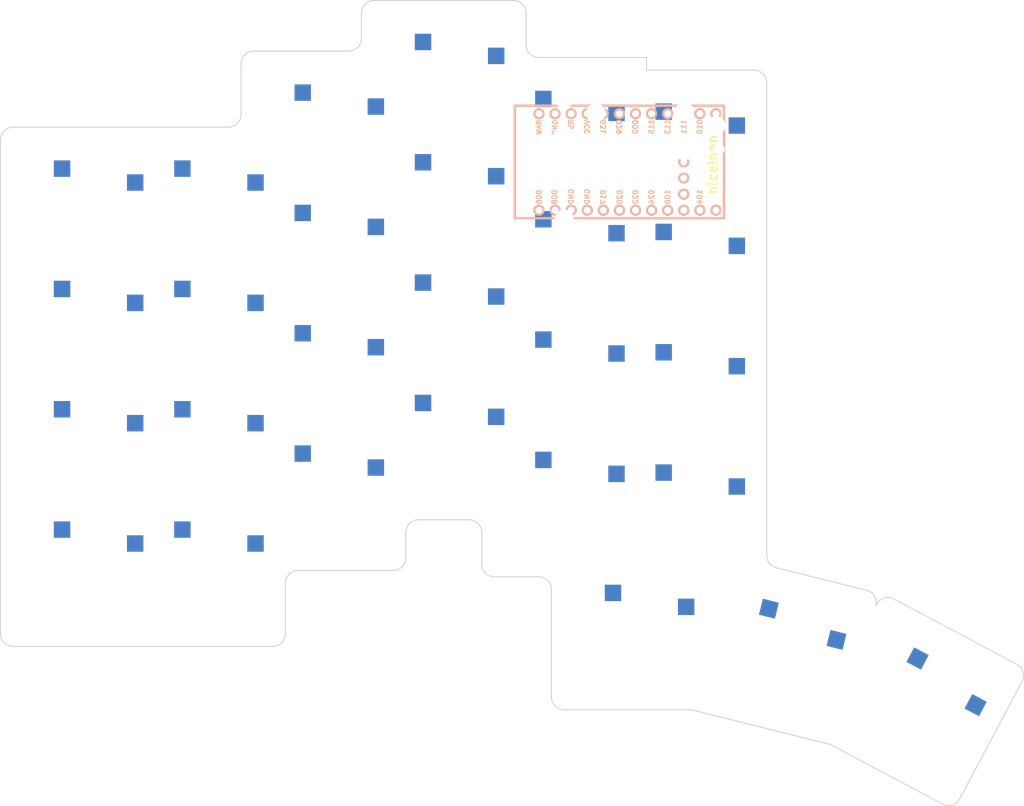
<source format=kicad_pcb>
(kicad_pcb (version 20241229) (generator "pcbnew") (generator_version "9.0")
  (title_block (title "left") (rev "v1.0.0") (company "Unknown"))
  (layers (0 "F.Cu" signal) (2 "B.Cu" signal) (13 "F.Paste" user) (15 "B.Paste" user) (5 "F.SilkS" user) (7 "B.SilkS" user) (1 "F.Mask" user) (3 "B.Mask" user) (25 "Edge.Cuts" user))
  (net 0 "")
  (net 1 "P020")
  (net 2 "outer_bottom")
  (net 3 "outer_home")
  (net 4 "outer_top")
  (net 5 "outer_num")
  (net 6 "P022")
  (net 7 "pinky_bottom")
  (net 8 "pinky_home")
  (net 9 "pinky_top")
  (net 10 "pinky_num")
  (net 11 "P024")
  (net 12 "ring_bottom")
  (net 13 "ring_home")
  (net 14 "ring_top")
  (net 15 "ring_num")
  (net 16 "P100")
  (net 17 "middle_bottom")
  (net 18 "middle_home")
  (net 19 "middle_top")
  (net 20 "middle_num")
  (net 21 "P011")
  (net 22 "index_bottom")
  (net 23 "index_home")
  (net 24 "index_top")
  (net 25 "index_num")
  (net 26 "P017")
  (net 27 "inner_bottom")
  (net 28 "inner_home")
  (net 29 "inner_top")
  (net 30 "inner_num")
  (net 31 "near_thumb")
  (net 32 "home_thumb")
  (net 33 "far_thumb")
  (net 34 "RAW")
  (net 35 "GND")
  (net 36 "RST")
  (net 37 "VCC")
  (net 38 "P031")
  (net 39 "P029")
  (net 40 "P002")
  (net 41 "P115")
  (net 42 "P113")
  (net 43 "P111")
  (net 44 "P010")
  (net 45 "P009")
  (net 46 "P006")
  (net 47 "P008")
  (net 48 "P104")
  (net 49 "P106")
  (net 50 "P101")
  (net 51 "P102")
  (net 52 "P107")
  (footprint "PG1350" (layer "F.Cu") (at 38 -69)
    (property "Reference" "S12" (hide yes))
    (property "Value" "" (hide yes))
    (pad "" np_thru_hole circle (at -5.5 0) (size 1.7018 1.7018) (drill 1.7018) (layers "*.Cu" "*.Mask"))
    (pad "" np_thru_hole circle (at 0 -5.95) (size 3 3) (drill 3) (layers "*.Cu" "*.Mask"))
    (pad "" np_thru_hole circle (at 0 0) (size 3.429 3.429) (drill 3.429) (layers "*.Cu" "*.Mask"))
    (pad "" np_thru_hole circle (at 5 -3.75) (size 3 3) (drill 3) (layers "*.Cu" "*.Mask"))
    (pad "" np_thru_hole circle (at 5.5 0) (size 1.7018 1.7018) (drill 1.7018) (layers "*.Cu" "*.Mask"))
    (pad "1" smd rect (at -3.275 -5.95) (size 2.6 2.6) (layers "B.Cu" "B.Mask" "B.Paste") (net 11 "P024"))
    (pad "2" smd rect (at 8.275 -3.75) (size 2.6 2.6) (layers "B.Cu" "B.Mask" "B.Paste") (net 15 "ring_num"))
  )
  (footprint "PG1350" (layer "F.Cu") (at 57 -77)
    (property "Reference" "S16" (hide yes))
    (property "Value" "" (hide yes))
    (pad "" np_thru_hole circle (at -5.5 0) (size 1.7018 1.7018) (drill 1.7018) (layers "*.Cu" "*.Mask"))
    (pad "" np_thru_hole circle (at 0 -5.95) (size 3 3) (drill 3) (layers "*.Cu" "*.Mask"))
    (pad "" np_thru_hole circle (at 0 0) (size 3.429 3.429) (drill 3.429) (layers "*.Cu" "*.Mask"))
    (pad "" np_thru_hole circle (at 5 -3.75) (size 3 3) (drill 3) (layers "*.Cu" "*.Mask"))
    (pad "" np_thru_hole circle (at 5.5 0) (size 1.7018 1.7018) (drill 1.7018) (layers "*.Cu" "*.Mask"))
    (pad "1" smd rect (at -3.275 -5.95) (size 2.6 2.6) (layers "B.Cu" "B.Mask" "B.Paste") (net 16 "P100"))
    (pad "2" smd rect (at 8.275 -3.75) (size 2.6 2.6) (layers "B.Cu" "B.Mask" "B.Paste") (net 20 "middle_num"))
  )
  (footprint "PG1350" (layer "F.Cu") (at 19 0)
    (property "Reference" "S5" (hide yes))
    (property "Value" "" (hide yes))
    (pad "" np_thru_hole circle (at -5.5 0) (size 1.7018 1.7018) (drill 1.7018) (layers "*.Cu" "*.Mask"))
    (pad "" np_thru_hole circle (at 0 -5.95) (size 3 3) (drill 3) (layers "*.Cu" "*.Mask"))
    (pad "" np_thru_hole circle (at 0 0) (size 3.429 3.429) (drill 3.429) (layers "*.Cu" "*.Mask"))
    (pad "" np_thru_hole circle (at 5 -3.75) (size 3 3) (drill 3) (layers "*.Cu" "*.Mask"))
    (pad "" np_thru_hole circle (at 5.5 0) (size 1.7018 1.7018) (drill 1.7018) (layers "*.Cu" "*.Mask"))
    (pad "1" smd rect (at -3.275 -5.95) (size 2.6 2.6) (layers "B.Cu" "B.Mask" "B.Paste") (net 6 "P022"))
    (pad "2" smd rect (at 8.275 -3.75) (size 2.6 2.6) (layers "B.Cu" "B.Mask" "B.Paste") (net 7 "pinky_bottom"))
  )
  (footprint "PG1350" (layer "F.Cu") (at 87 10)
    (property "Reference" "S25" (hide yes))
    (property "Value" "" (hide yes))
    (pad "" np_thru_hole circle (at -5.5 0) (size 1.7018 1.7018) (drill 1.7018) (layers "*.Cu" "*.Mask"))
    (pad "" np_thru_hole circle (at 0 -5.95) (size 3 3) (drill 3) (layers "*.Cu" "*.Mask"))
    (pad "" np_thru_hole circle (at 0 0) (size 3.429 3.429) (drill 3.429) (layers "*.Cu" "*.Mask"))
    (pad "" np_thru_hole circle (at 5 -3.75) (size 3 3) (drill 3) (layers "*.Cu" "*.Mask"))
    (pad "" np_thru_hole circle (at 5.5 0) (size 1.7018 1.7018) (drill 1.7018) (layers "*.Cu" "*.Mask"))
    (pad "1" smd rect (at -3.275 -5.95) (size 2.6 2.6) (layers "B.Cu" "B.Mask" "B.Paste") (net 16 "P100"))
    (pad "2" smd rect (at 8.275 -3.75) (size 2.6 2.6) (layers "B.Cu" "B.Mask" "B.Paste") (net 31 "near_thumb"))
  )
  (footprint "PG1350" (layer "F.Cu") (at 19 -57)
    (property "Reference" "S8" (hide yes))
    (property "Value" "" (hide yes))
    (pad "" np_thru_hole circle (at -5.5 0) (size 1.7018 1.7018) (drill 1.7018) (layers "*.Cu" "*.Mask"))
    (pad "" np_thru_hole circle (at 0 -5.95) (size 3 3) (drill 3) (layers "*.Cu" "*.Mask"))
    (pad "" np_thru_hole circle (at 0 0) (size 3.429 3.429) (drill 3.429) (layers "*.Cu" "*.Mask"))
    (pad "" np_thru_hole circle (at 5 -3.75) (size 3 3) (drill 3) (layers "*.Cu" "*.Mask"))
    (pad "" np_thru_hole circle (at 5.5 0) (size 1.7018 1.7018) (drill 1.7018) (layers "*.Cu" "*.Mask"))
    (pad "1" smd rect (at -3.275 -5.95) (size 2.6 2.6) (layers "B.Cu" "B.Mask" "B.Paste") (net 6 "P022"))
    (pad "2" smd rect (at 8.275 -3.75) (size 2.6 2.6) (layers "B.Cu" "B.Mask" "B.Paste") (net 10 "pinky_num"))
  )
  (footprint "PG1350" (layer "F.Cu") (at 38 -31)
    (property "Reference" "S10" (hide yes))
    (property "Value" "" (hide yes))
    (pad "" np_thru_hole circle (at -5.5 0) (size 1.7018 1.7018) (drill 1.7018) (layers "*.Cu" "*.Mask"))
    (pad "" np_thru_hole circle (at 0 -5.95) (size 3 3) (drill 3) (layers "*.Cu" "*.Mask"))
    (pad "" np_thru_hole circle (at 0 0) (size 3.429 3.429) (drill 3.429) (layers "*.Cu" "*.Mask"))
    (pad "" np_thru_hole circle (at 5 -3.75) (size 3 3) (drill 3) (layers "*.Cu" "*.Mask"))
    (pad "" np_thru_hole circle (at 5.5 0) (size 1.7018 1.7018) (drill 1.7018) (layers "*.Cu" "*.Mask"))
    (pad "1" smd rect (at -3.275 -5.95) (size 2.6 2.6) (layers "B.Cu" "B.Mask" "B.Paste") (net 11 "P024"))
    (pad "2" smd rect (at 8.275 -3.75) (size 2.6 2.6) (layers "B.Cu" "B.Mask" "B.Paste") (net 13 "ring_home"))
  )
  (footprint "PG1350" (layer "F.Cu") (at 0 -57)
    (property "Reference" "S4" (hide yes))
    (property "Value" "" (hide yes))
    (pad "" np_thru_hole circle (at -5.5 0) (size 1.7018 1.7018) (drill 1.7018) (layers "*.Cu" "*.Mask"))
    (pad "" np_thru_hole circle (at 0 -5.95) (size 3 3) (drill 3) (layers "*.Cu" "*.Mask"))
    (pad "" np_thru_hole circle (at 0 0) (size 3.429 3.429) (drill 3.429) (layers "*.Cu" "*.Mask"))
    (pad "" np_thru_hole circle (at 5 -3.75) (size 3 3) (drill 3) (layers "*.Cu" "*.Mask"))
    (pad "" np_thru_hole circle (at 5.5 0) (size 1.7018 1.7018) (drill 1.7018) (layers "*.Cu" "*.Mask"))
    (pad "1" smd rect (at -3.275 -5.95) (size 2.6 2.6) (layers "B.Cu" "B.Mask" "B.Paste") (net 1 "P020"))
    (pad "2" smd rect (at 8.275 -3.75) (size 2.6 2.6) (layers "B.Cu" "B.Mask" "B.Paste") (net 5 "outer_num"))
  )
  (footprint "PG1350" (layer "F.Cu") (at 38 -12)
    (property "Reference" "S9" (hide yes))
    (property "Value" "" (hide yes))
    (pad "" np_thru_hole circle (at -5.5 0) (size 1.7018 1.7018) (drill 1.7018) (layers "*.Cu" "*.Mask"))
    (pad "" np_thru_hole circle (at 0 -5.95) (size 3 3) (drill 3) (layers "*.Cu" "*.Mask"))
    (pad "" np_thru_hole circle (at 0 0) (size 3.429 3.429) (drill 3.429) (layers "*.Cu" "*.Mask"))
    (pad "" np_thru_hole circle (at 5 -3.75) (size 3 3) (drill 3) (layers "*.Cu" "*.Mask"))
    (pad "" np_thru_hole circle (at 5.5 0) (size 1.7018 1.7018) (drill 1.7018) (layers "*.Cu" "*.Mask"))
    (pad "1" smd rect (at -3.275 -5.95) (size 2.6 2.6) (layers "B.Cu" "B.Mask" "B.Paste") (net 11 "P024"))
    (pad "2" smd rect (at 8.275 -3.75) (size 2.6 2.6) (layers "B.Cu" "B.Mask" "B.Paste") (net 12 "ring_bottom"))
  )
  (footprint "nice_nano" (layer "F.Cu") (at 86 -64)
    (property "Reference" "MCU1" (hide yes))
    (property "Value" "nice_nano" (hide yes))
    (fp_line (start -17.78 -8.89) (end -17.78 8.89) (stroke (width 0.381)) (layer "F.SilkS"))
    (fp_line (start -17.78 8.89) (end 15.24 8.89) (stroke (width 0.381)) (layer "F.SilkS"))
    (fp_line (start 15.24 -8.89) (end -17.78 -8.89) (stroke (width 0.381)) (layer "F.SilkS"))
    (fp_line (start 15.24 8.89) (end 15.24 -8.89) (stroke (width 0.381)) (layer "F.SilkS"))
    (fp_line (start -17.78 -8.89) (end -17.78 8.89) (stroke (width 0.381)) (layer "B.SilkS"))
    (fp_line (start -17.78 8.89) (end 15.24 8.89) (stroke (width 0.381)) (layer "B.SilkS"))
    (fp_line (start 15.24 -8.89) (end -17.78 -8.89) (stroke (width 0.381)) (layer "B.SilkS"))
    (fp_line (start 15.24 8.89) (end 15.24 -8.89) (stroke (width 0.381)) (layer "B.SilkS"))
    (fp_text user "020" (at -1.2 5.53719 90) (layer "F.SilkS") (effects (font (size 0.8 0.8))))
    (fp_text user "100" (at 6.35 5.53719 90) (layer "F.SilkS") (effects (font (size 0.8 0.8))))
    (fp_text user "104" (at 11.43 5.53719 90) (layer "F.SilkS") (effects (font (size 0.8 0.8))))
    (fp_text user "115" (at 3.81 -5.537191 90) (layer "F.SilkS") (effects (font (size 0.8 0.8))))
    (fp_text user "024" (at 3.81 5.53719 90) (layer "F.SilkS") (effects (font (size 0.8 0.8))))
    (fp_text user "111" (at 8.89 -5.537191 90) (layer "F.SilkS") (effects (font (size 0.8 0.8))))
    (fp_text user "GND" (at -11.43 -5.454667 90) (layer "F.SilkS") (effects (font (size 0.8 0.8))))
    (fp_text user "017" (at -3.8 5.53719 90) (layer "F.SilkS") (effects (font (size 0.8 0.8))))
    (fp_text user "GND" (at -8.89 5.461 90) (layer "F.SilkS") (effects (font (size 0.8 0.8))))
    (fp_text user "008" (at -11.5 5.53719 90) (layer "F.SilkS") (effects (font (size 0.8 0.8))))
    (fp_text user "022" (at 1.3 5.53719 90) (layer "F.SilkS") (effects (font (size 0.8 0.8))))
    (fp_text user "VCC" (at -6.35 -5.537191 90) (layer "F.SilkS") (effects (font (size 0.8 0.8))))
    (fp_text user "RAW" (at -13.97 -5.473715 90) (layer "F.SilkS") (effects (font (size 0.8 0.8))))
    (fp_text user "GND" (at -6.35 5.461 90) (layer "F.SilkS") (effects (font (size 0.8 0.8))))
    (fp_text user "nice!nano" (at 13.462 -0.254 90) (layer "F.SilkS") (effects (font (size 1.5 1.5) (thickness 0.3))))
    (fp_text user "002" (at 1.27 -5.537191 90) (layer "F.SilkS") (effects (font (size 0.8 0.8))))
    (fp_text user "RST" (at -8.89 -5.588 90) (layer "F.SilkS") (effects (font (size 0.8 0.8))))
    (fp_text user "010" (at 11.43 -5.537191 90) (layer "F.SilkS") (effects (font (size 0.8 0.8))))
    (fp_text user "113" (at 6.35 -5.537191 90) (layer "F.SilkS") (effects (font (size 0.8 0.8))))
    (fp_text user "029" (at -1.27 -5.537191 90) (layer "F.SilkS") (effects (font (size 0.8 0.8))))
    (fp_text user "006" (at -13.97 5.53719 90) (layer "F.SilkS") (effects (font (size 0.8 0.8))))
    (fp_text user "031" (at -3.81 -5.537191 90) (layer "F.SilkS") (effects (font (size 0.8 0.8))))
    (fp_text user "022" (at 1.3 5.53719 90) (layer "B.SilkS") (effects (font (size 0.8 0.8)) (justify mirror)))
    (fp_text user "GND" (at -6.35 5.461 90) (layer "B.SilkS") (effects (font (size 0.8 0.8)) (justify mirror)))
    (fp_text user "017" (at -3.8 5.53719 90) (layer "B.SilkS") (effects (font (size 0.8 0.8)) (justify mirror)))
    (fp_text user "111" (at 8.89 -5.537191 90) (layer "B.SilkS") (effects (font (size 0.8 0.8)) (justify mirror)))
    (fp_text user "100" (at 6.35 5.53719 90) (layer "B.SilkS") (effects (font (size 0.8 0.8)) (justify mirror)))
    (fp_text user "029" (at -1.27 -5.537191 90) (layer "B.SilkS") (effects (font (size 0.8 0.8)) (justify mirror)))
    (fp_text user "008" (at -11.5 5.53719 90) (layer "B.SilkS") (effects (font (size 0.8 0.8)) (justify mirror)))
    (fp_text user "RST" (at -8.89 -5.588 90) (layer "B.SilkS") (effects (font (size 0.8 0.8)) (justify mirror)))
    (fp_text user "GND" (at -11.43 -5.454667 90) (layer "B.SilkS") (effects (font (size 0.8 0.8)) (justify mirror)))
    (fp_text user "GND" (at -8.89 5.461 90) (layer "B.SilkS") (effects (font (size 0.8 0.8)) (justify mirror)))
    (fp_text user "104" (at 11.43 5.53719 90) (layer "B.SilkS") (effects (font (size 0.8 0.8)) (justify mirror)))
    (fp_text user "010" (at 11.43 -5.537191 90) (layer "B.SilkS") (effects (font (size 0.8 0.8)) (justify mirror)))
    (fp_text user "006" (at -13.97 5.53719 90) (layer "B.SilkS") (effects (font (size 0.8 0.8)) (justify mirror)))
    (fp_text user "VCC" (at -6.35 -5.537191 90) (layer "B.SilkS") (effects (font (size 0.8 0.8)) (justify mirror)))
    (fp_text user "RAW" (at -13.97 -5.473715 90) (layer "B.SilkS") (effects (font (size 0.8 0.8)) (justify mirror)))
    (fp_text user "031" (at -3.81 -5.537191 90) (layer "B.SilkS") (effects (font (size 0.8 0.8)) (justify mirror)))
    (fp_text user "002" (at 1.27 -5.537191 90) (layer "B.SilkS") (effects (font (size 0.8 0.8)) (justify mirror)))
    (fp_text user "024" (at 3.81 5.53719 90) (layer "B.SilkS") (effects (font (size 0.8 0.8)) (justify mirror)))
    (fp_text user "115" (at 3.81 -5.537191 90) (layer "B.SilkS") (effects (font (size 0.8 0.8)) (justify mirror)))
    (fp_text user "020" (at -1.2 5.53719 90) (layer "B.SilkS") (effects (font (size 0.8 0.8)) (justify mirror)))
    (fp_text user "113" (at 6.35 -5.537191 90) (layer "B.SilkS") (effects (font (size 0.8 0.8)) (justify mirror)))
    (pad "1" thru_hole circle (at -13.97 7.62) (size 1.7526 1.7526) (drill 1.0922) (layers "*.Cu" "*.SilkS" "*.Mask") (net 46 "P006"))
    (pad "2" thru_hole circle (at -11.43 7.62) (size 1.7526 1.7526) (drill 1.0922) (layers "*.Cu" "*.SilkS" "*.Mask") (net 47 "P008"))
    (pad "3" thru_hole circle (at -8.89 7.62) (size 1.7526 1.7526) (drill 1.0922) (layers "*.Cu" "*.SilkS" "*.Mask") (net 35 "GND"))
    (pad "4" thru_hole circle (at -6.35 7.62) (size 1.7526 1.7526) (drill 1.0922) (layers "*.Cu" "*.SilkS" "*.Mask") (net 35 "GND"))
    (pad "5" thru_hole circle (at -3.81 7.62) (size 1.7526 1.7526) (drill 1.0922) (layers "*.Cu" "*.SilkS" "*.Mask") (net 26 "P017"))
    (pad "6" thru_hole circle (at -1.27 7.62) (size 1.7526 1.7526) (drill 1.0922) (layers "*.Cu" "*.SilkS" "*.Mask") (net 1 "P020"))
    (pad "7" thru_hole circle (at 1.27 7.62) (size 1.7526 1.7526) (drill 1.0922) (layers "*.Cu" "*.SilkS" "*.Mask") (net 6 "P022"))
    (pad "8" thru_hole circle (at 3.81 7.62) (size 1.7526 1.7526) (drill 1.0922) (layers "*.Cu" "*.SilkS" "*.Mask") (net 11 "P024"))
    (pad "9" thru_hole circle (at 6.35 7.62) (size 1.7526 1.7526) (drill 1.0922) (layers "*.Cu" "*.SilkS" "*.Mask") (net 16 "P100"))
    (pad "10" thru_hole circle (at 8.89 7.62) (size 1.7526 1.7526) (drill 1.0922) (layers "*.Cu" "*.SilkS" "*.Mask") (net 21 "P011"))
    (pad "11" thru_hole circle (at 11.43 7.62) (size 1.7526 1.7526) (drill 1.0922) (layers "*.Cu" "*.SilkS" "*.Mask") (net 48 "P104"))
    (pad "12" thru_hole circle (at 13.97 7.62) (size 1.7526 1.7526) (drill 1.0922) (layers "*.Cu" "*.SilkS" "*.Mask") (net 49 "P106"))
    (pad "13" thru_hole circle (at 13.97 -7.62) (size 1.7526 1.7526) (drill 1.0922) (layers "*.Cu" "*.SilkS" "*.Mask") (net 45 "P009"))
    (pad "14" thru_hole circle (at 11.43 -7.62) (size 1.7526 1.7526) (drill 1.0922) (layers "*.Cu" "*.SilkS" "*.Mask") (net 44 "P010"))
    (pad "15" thru_hole circle (at 8.89 -7.62) (size 1.7526 1.7526) (drill 1.0922) (layers "*.Cu" "*.SilkS" "*.Mask") (net 43 "P111"))
    (pad "16" thru_hole circle (at 6.35 -7.62) (size 1.7526 1.7526) (drill 1.0922) (layers "*.Cu" "*.SilkS" "*.Mask") (net 42 "P113"))
    (pad "17" thru_hole circle (at 3.81 -7.62) (size 1.7526 1.7526) (drill 1.0922) (layers "*.Cu" "*.SilkS" "*.Mask") (net 41 "P115"))
    (pad "18" thru_hole circle (at 1.27 -7.62) (size 1.7526 1.7526) (drill 1.0922) (layers "*.Cu" "*.SilkS" "*.Mask") (net 40 "P002"))
    (pad "19" thru_hole circle (at -1.27 -7.62) (size 1.7526 1.7526) (drill 1.0922) (layers "*.Cu" "*.SilkS" "*.Mask") (net 39 "P029"))
    (pad "20" thru_hole circle (at -3.81 -7.62) (size 1.7526 1.7526) (drill 1.0922) (layers "*.Cu" "*.SilkS" "*.Mask") (net 38 "P031"))
    (pad "21" thru_hole circle (at -6.35 -7.62) (size 1.7526 1.7526) (drill 1.0922) (layers "*.Cu" "*.SilkS" "*.Mask") (net 37 "VCC"))
    (pad "22" thru_hole circle (at -8.89 -7.62) (size 1.7526 1.7526) (drill 1.0922) (layers "*.Cu" "*.SilkS" "*.Mask") (net 36 "RST"))
    (pad "23" thru_hole circle (at -11.43 -7.62) (size 1.7526 1.7526) (drill 1.0922) (layers "*.Cu" "*.SilkS" "*.Mask") (net 35 "GND"))
    (pad "24" thru_hole circle (at -13.97 -7.62) (size 1.7526 1.7526) (drill 1.0922) (layers "*.Cu" "*.SilkS" "*.Mask") (net 34 "RAW"))
    (pad "31" thru_hole circle (at 8.89 5.08) (size 1.7526 1.7526) (drill 1.0922) (layers "*.Cu" "*.SilkS" "*.Mask") (net 50 "P101"))
    (pad "32" thru_hole circle (at 8.89 2.54) (size 1.7526 1.7526) (drill 1.0922) (layers "*.Cu" "*.SilkS" "*.Mask") (net 51 "P102"))
    (pad "33" thru_hole circle (at 8.89 0) (size 1.7526 1.7526) (drill 1.0922) (layers "*.Cu" "*.SilkS" "*.Mask") (net 52 "P107"))
  )
  (footprint "PG1350" (layer "F.Cu") (at 19 -38)
    (property "Reference" "S7" (hide yes))
    (property "Value" "" (hide yes))
    (pad "" np_thru_hole circle (at -5.5 0) (size 1.7018 1.7018) (drill 1.7018) (layers "*.Cu" "*.Mask"))
    (pad "" np_thru_hole circle (at 0 -5.95) (size 3 3) (drill 3) (layers "*.Cu" "*.Mask"))
    (pad "" np_thru_hole circle (at 0 0) (size 3.429 3.429) (drill 3.429) (layers "*.Cu" "*.Mask"))
    (pad "" np_thru_hole circle (at 5 -3.75) (size 3 3) (drill 3) (layers "*.Cu" "*.Mask"))
    (pad "" np_thru_hole circle (at 5.5 0) (size 1.7018 1.7018) (drill 1.7018) (layers "*.Cu" "*.Mask"))
    (pad "1" smd rect (at -3.275 -5.95) (size 2.6 2.6) (layers "B.Cu" "B.Mask" "B.Paste") (net 6 "P022"))
    (pad "2" smd rect (at 8.275 -3.75) (size 2.6 2.6) (layers "B.Cu" "B.Mask" "B.Paste") (net 9 "pinky_top"))
  )
  (footprint "PG1350" (layer "F.Cu") (at 76 -68)
    (property "Reference" "S20" (hide yes))
    (property "Value" "" (hide yes))
    (pad "" np_thru_hole circle (at -5.5 0) (size 1.7018 1.7018) (drill 1.7018) (layers "*.Cu" "*.Mask"))
    (pad "" np_thru_hole circle (at 0 -5.95) (size 3 3) (drill 3) (layers "*.Cu" "*.Mask"))
    (pad "" np_thru_hole circle (at 0 0) (size 3.429 3.429) (drill 3.429) (layers "*.Cu" "*.Mask"))
    (pad "" np_thru_hole circle (at 5 -3.75) (size 3 3) (drill 3) (layers "*.Cu" "*.Mask"))
    (pad "" np_thru_hole circle (at 5.5 0) (size 1.7018 1.7018) (drill 1.7018) (layers "*.Cu" "*.Mask"))
    (pad "1" smd rect (at -3.275 -5.95) (size 2.6 2.6) (layers "B.Cu" "B.Mask" "B.Paste") (net 21 "P011"))
    (pad "2" smd rect (at 8.275 -3.75) (size 2.6 2.6) (layers "B.Cu" "B.Mask" "B.Paste") (net 25 "index_num"))
  )
  (footprint "PG1350" (layer "F.Cu") (at 76 -30)
    (property "Reference" "S18" (hide yes))
    (property "Value" "" (hide yes))
    (pad "" np_thru_hole circle (at -5.5 0) (size 1.7018 1.7018) (drill 1.7018) (layers "*.Cu" "*.Mask"))
    (pad "" np_thru_hole circle (at 0 -5.95) (size 3 3) (drill 3) (layers "*.Cu" "*.Mask"))
    (pad "" np_thru_hole circle (at 0 0) (size 3.429 3.429) (drill 3.429) (layers "*.Cu" "*.Mask"))
    (pad "" np_thru_hole circle (at 5 -3.75) (size 3 3) (drill 3) (layers "*.Cu" "*.Mask"))
    (pad "" np_thru_hole circle (at 5.5 0) (size 1.7018 1.7018) (drill 1.7018) (layers "*.Cu" "*.Mask"))
    (pad "1" smd rect (at -3.275 -5.95) (size 2.6 2.6) (layers "B.Cu" "B.Mask" "B.Paste") (net 21 "P011"))
    (pad "2" smd rect (at 8.275 -3.75) (size 2.6 2.6) (layers "B.Cu" "B.Mask" "B.Paste") (net 23 "index_home"))
  )
  (footprint "PG1350" (layer "F.Cu") (at 110.078272 13.109921 -14)
    (property "Reference" "S26" (hide yes))
    (property "Value" "" (hide yes))
    (pad "" np_thru_hole circle (at -5.499999 0) (size 1.7018 1.7018) (drill 1.7018) (layers "*.Cu" "*.Mask"))
    (pad "" np_thru_hole circle (at 0 -5.95) (size 3 3) (drill 3) (layers "*.Cu" "*.Mask"))
    (pad "" np_thru_hole circle (at 0 0) (size 3.429 3.429) (drill 3.429) (layers "*.Cu" "*.Mask"))
    (pad "" np_thru_hole circle (at 5 -3.75) (size 3 3) (drill 3) (layers "*.Cu" "*.Mask"))
    (pad "" np_thru_hole circle (at 5.499999 0) (size 1.7018 1.7018) (drill 1.7018) (layers "*.Cu" "*.Mask"))
    (pad "1" smd rect (at -3.275 -5.95 346) (size 2.6 2.6) (layers "B.Cu" "B.Mask" "B.Paste") (net 21 "P011"))
    (pad "2" smd rect (at 8.275 -3.75 346) (size 2.6 2.6) (layers "B.Cu" "B.Mask" "B.Paste") (net 32 "home_thumb"))
  )
  (footprint "PG1350" (layer "F.Cu") (at 76 -11)
    (property "Reference" "S17" (hide yes))
    (property "Value" "" (hide yes))
    (pad "" np_thru_hole circle (at -5.5 0) (size 1.7018 1.7018) (drill 1.7018) (layers "*.Cu" "*.Mask"))
    (pad "" np_thru_hole circle (at 0 -5.95) (size 3 3) (drill 3) (layers "*.Cu" "*.Mask"))
    (pad "" np_thru_hole circle (at 0 0) (size 3.429 3.429) (drill 3.429) (layers "*.Cu" "*.Mask"))
    (pad "" np_thru_hole circle (at 5 -3.75) (size 3 3) (drill 3) (layers "*.Cu" "*.Mask"))
    (pad "" np_thru_hole circle (at 5.5 0) (size 1.7018 1.7018) (drill 1.7018) (layers "*.Cu" "*.Mask"))
    (pad "1" smd rect (at -3.275 -5.95) (size 2.6 2.6) (layers "B.Cu" "B.Mask" "B.Paste") (net 21 "P011"))
    (pad "2" smd rect (at 8.275 -3.75) (size 2.6 2.6) (layers "B.Cu" "B.Mask" "B.Paste") (net 22 "index_bottom"))
  )
  (footprint "PG1350" (layer "F.Cu") (at 38 -50)
    (property "Reference" "S11" (hide yes))
    (property "Value" "" (hide yes))
    (pad "" np_thru_hole circle (at -5.5 0) (size 1.7018 1.7018) (drill 1.7018) (layers "*.Cu" "*.Mask"))
    (pad "" np_thru_hole circle (at 0 -5.95) (size 3 3) (drill 3) (layers "*.Cu" "*.Mask"))
    (pad "" np_thru_hole circle (at 0 0) (size 3.429 3.429) (drill 3.429) (layers "*.Cu" "*.Mask"))
    (pad "" np_thru_hole circle (at 5 -3.75) (size 3 3) (drill 3) (layers "*.Cu" "*.Mask"))
    (pad "" np_thru_hole circle (at 5.5 0) (size 1.7018 1.7018) (drill 1.7018) (layers "*.Cu" "*.Mask"))
    (pad "1" smd rect (at -3.275 -5.95) (size 2.6 2.6) (layers "B.Cu" "B.Mask" "B.Paste") (net 11 "P024"))
    (pad "2" smd rect (at 8.275 -3.75) (size 2.6 2.6) (layers "B.Cu" "B.Mask" "B.Paste") (net 14 "ring_top"))
  )
  (footprint "PG1350" (layer "F.Cu") (at 57 -58)
    (property "Reference" "S15" (hide yes))
    (property "Value" "" (hide yes))
    (pad "" np_thru_hole circle (at -5.5 0) (size 1.7018 1.7018) (drill 1.7018) (layers "*.Cu" "*.Mask"))
    (pad "" np_thru_hole circle (at 0 -5.95) (size 3 3) (drill 3) (layers "*.Cu" "*.Mask"))
    (pad "" np_thru_hole circle (at 0 0) (size 3.429 3.429) (drill 3.429) (layers "*.Cu" "*.Mask"))
    (pad "" np_thru_hole circle (at 5 -3.75) (size 3 3) (drill 3) (layers "*.Cu" "*.Mask"))
    (pad "" np_thru_hole circle (at 5.5 0) (size 1.7018 1.7018) (drill 1.7018) (layers "*.Cu" "*.Mask"))
    (pad "1" smd rect (at -3.275 -5.95) (size 2.6 2.6) (layers "B.Cu" "B.Mask" "B.Paste") (net 16 "P100"))
    (pad "2" smd rect (at 8.275 -3.75) (size 2.6 2.6) (layers "B.Cu" "B.Mask" "B.Paste") (net 19 "middle_top"))
  )
  (footprint "PG1350" (layer "F.Cu") (at 95 -47)
    (property "Reference" "S23" (hide yes))
    (property "Value" "" (hide yes))
    (pad "" np_thru_hole circle (at -5.5 0) (size 1.7018 1.7018) (drill 1.7018) (layers "*.Cu" "*.Mask"))
    (pad "" np_thru_hole circle (at 0 -5.95) (size 3 3) (drill 3) (layers "*.Cu" "*.Mask"))
    (pad "" np_thru_hole circle (at 0 0) (size 3.429 3.429) (drill 3.429) (layers "*.Cu" "*.Mask"))
    (pad "" np_thru_hole circle (at 5 -3.75) (size 3 3) (drill 3) (layers "*.Cu" "*.Mask"))
    (pad "" np_thru_hole circle (at 5.5 0) (size 1.7018 1.7018) (drill 1.7018) (layers "*.Cu" "*.Mask"))
    (pad "1" smd rect (at -3.275 -5.95) (size 2.6 2.6) (layers "B.Cu" "B.Mask" "B.Paste") (net 26 "P017"))
    (pad "2" smd rect (at 8.275 -3.75) (size 2.6 2.6) (layers "B.Cu" "B.Mask" "B.Paste") (net 29 "inner_top"))
  )
  (footprint "PG1350" (layer "F.Cu") (at 95 -28)
    (property "Reference" "S22" (hide yes))
    (property "Value" "" (hide yes))
    (pad "" np_thru_hole circle (at -5.5 0) (size 1.7018 1.7018) (drill 1.7018) (layers "*.Cu" "*.Mask"))
    (pad "" np_thru_hole circle (at 0 -5.95) (size 3 3) (drill 3) (layers "*.Cu" "*.Mask"))
    (pad "" np_thru_hole circle (at 0 0) (size 3.429 3.429) (drill 3.429) (layers "*.Cu" "*.Mask"))
    (pad "" np_thru_hole circle (at 5 -3.75) (size 3 3) (drill 3) (layers "*.Cu" "*.Mask"))
    (pad "" np_thru_hole circle (at 5.5 0) (size 1.7018 1.7018) (drill 1.7018) (layers "*.Cu" "*.Mask"))
    (pad "1" smd rect (at -3.275 -5.95) (size 2.6 2.6) (layers "B.Cu" "B.Mask" "B.Paste") (net 26 "P017"))
    (pad "2" smd rect (at 8.275 -3.75) (size 2.6 2.6) (layers "B.Cu" "B.Mask" "B.Paste") (net 28 "inner_home"))
  )
  (footprint "PG1350" (layer "F.Cu") (at 0 -38)
    (property "Reference" "S3" (hide yes))
    (property "Value" "" (hide yes))
    (pad "" np_thru_hole circle (at -5.5 0) (size 1.7018 1.7018) (drill 1.7018) (layers "*.Cu" "*.Mask"))
    (pad "" np_thru_hole circle (at 0 -5.95) (size 3 3) (drill 3) (layers "*.Cu" "*.Mask"))
    (pad "" np_thru_hole circle (at 0 0) (size 3.429 3.429) (drill 3.429) (layers "*.Cu" "*.Mask"))
    (pad "" np_thru_hole circle (at 5 -3.75) (size 3 3) (drill 3) (layers "*.Cu" "*.Mask"))
    (pad "" np_thru_hole circle (at 5.5 0) (size 1.7018 1.7018) (drill 1.7018) (layers "*.Cu" "*.Mask"))
    (pad "1" smd rect (at -3.275 -5.95) (size 2.6 2.6) (layers "B.Cu" "B.Mask" "B.Paste") (net 1 "P020"))
    (pad "2" smd rect (at 8.275 -3.75) (size 2.6 2.6) (layers "B.Cu" "B.Mask" "B.Paste") (net 4 "outer_top"))
  )
  (footprint "PG1350" (layer "F.Cu") (at 131.915196 21.198616 -28)
    (property "Reference" "S27" (hide yes))
    (property "Value" "" (hide yes))
    (pad "" np_thru_hole circle (at -5.5 0) (size 1.7018 1.7018) (drill 1.7018) (layers "*.Cu" "*.Mask"))
    (pad "" np_thru_hole circle (at 0 -5.95) (size 3 3) (drill 3) (layers "*.Cu" "*.Mask"))
    (pad "" np_thru_hole circle (at 0 0) (size 3.429 3.429) (drill 3.429) (layers "*.Cu" "*.Mask"))
    (pad "" np_thru_hole circle (at 5 -3.75) (size 3 3) (drill 3) (layers "*.Cu" "*.Mask"))
    (pad "" np_thru_hole circle (at 5.5 0) (size 1.7018 1.7018) (drill 1.7018) (layers "*.Cu" "*.Mask"))
    (pad "1" smd rect (at -3.275001 -5.95 332) (size 2.6 2.6) (layers "B.Cu" "B.Mask" "B.Paste") (net 26 "P017"))
    (pad "2" smd rect (at 8.275 -3.75 332) (size 2.6 2.6) (layers "B.Cu" "B.Mask" "B.Paste") (net 33 "far_thumb"))
  )
  (footprint "PG1350" (layer "F.Cu") (at 76 -49)
    (property "Reference" "S19" (hide yes))
    (property "Value" "" (hide yes))
    (pad "" np_thru_hole circle (at -5.5 0) (size 1.7018 1.7018) (drill 1.7018) (layers "*.Cu" "*.Mask"))
    (pad "" np_thru_hole circle (at 0 -5.95) (size 3 3) (drill 3) (layers "*.Cu" "*.Mask"))
    (pad "" np_thru_hole circle (at 0 0) (size 3.429 3.429) (drill 3.429) (layers "*.Cu" "*.Mask"))
    (pad "" np_thru_hole circle (at 5 -3.75) (size 3 3) (drill 3) (layers "*.Cu" "*.Mask"))
    (pad "" np_thru_hole circle (at 5.5 0) (size 1.7018 1.7018) (drill 1.7018) (layers "*.Cu" "*.Mask"))
    (pad "1" smd rect (at -3.275 -5.95) (size 2.6 2.6) (layers "B.Cu" "B.Mask" "B.Paste") (net 21 "P011"))
    (pad "2" smd rect (at 8.275 -3.75) (size 2.6 2.6) (layers "B.Cu" "B.Mask" "B.Paste") (net 24 "index_top"))
  )
  (footprint "PG1350" (layer "F.Cu") (at 0 -19)
    (property "Reference" "S2" (hide yes))
    (property "Value" "" (hide yes))
    (pad "" np_thru_hole circle (at -5.5 0) (size 1.7018 1.7018) (drill 1.7018) (layers "*.Cu" "*.Mask"))
    (pad "" np_thru_hole circle (at 0 -5.95) (size 3 3) (drill 3) (layers "*.Cu" "*.Mask"))
    (pad "" np_thru_hole circle (at 0 0) (size 3.429 3.429) (drill 3.429) (layers "*.Cu" "*.Mask"))
    (pad "" np_thru_hole circle (at 5 -3.75) (size 3 3) (drill 3) (layers "*.Cu" "*.Mask"))
    (pad "" np_thru_hole circle (at 5.5 0) (size 1.7018 1.7018) (drill 1.7018) (layers "*.Cu" "*.Mask"))
    (pad "1" smd rect (at -3.275 -5.95) (size 2.6 2.6) (layers "B.Cu" "B.Mask" "B.Paste") (net 1 "P020"))
    (pad "2" smd rect (at 8.275 -3.75) (size 2.6 2.6) (layers "B.Cu" "B.Mask" "B.Paste") (net 3 "outer_home"))
  )
  (footprint "PG1350" (layer "F.Cu") (at 95 -66)
    (property "Reference" "S24" (hide yes))
    (property "Value" "" (hide yes))
    (pad "" np_thru_hole circle (at -5.5 0) (size 1.7018 1.7018) (drill 1.7018) (layers "*.Cu" "*.Mask"))
    (pad "" np_thru_hole circle (at 0 -5.95) (size 3 3) (drill 3) (layers "*.Cu" "*.Mask"))
    (pad "" np_thru_hole circle (at 0 0) (size 3.429 3.429) (drill 3.429) (layers "*.Cu" "*.Mask"))
    (pad "" np_thru_hole circle (at 5 -3.75) (size 3 3) (drill 3) (layers "*.Cu" "*.Mask"))
    (pad "" np_thru_hole circle (at 5.5 0) (size 1.7018 1.7018) (drill 1.7018) (layers "*.Cu" "*.Mask"))
    (pad "1" smd rect (at -3.275 -5.95) (size 2.6 2.6) (layers "B.Cu" "B.Mask" "B.Paste") (net 26 "P017"))
    (pad "2" smd rect (at 8.275 -3.75) (size 2.6 2.6) (layers "B.Cu" "B.Mask" "B.Paste") (net 30 "inner_num"))
  )
  (footprint "PG1350" (layer "F.Cu") (at 57 -39)
    (property "Reference" "S14" (hide yes))
    (property "Value" "" (hide yes))
    (pad "" np_thru_hole circle (at -5.5 0) (size 1.7018 1.7018) (drill 1.7018) (layers "*.Cu" "*.Mask"))
    (pad "" np_thru_hole circle (at 0 -5.95) (size 3 3) (drill 3) (layers "*.Cu" "*.Mask"))
    (pad "" np_thru_hole circle (at 0 0) (size 3.429 3.429) (drill 3.429) (layers "*.Cu" "*.Mask"))
    (pad "" np_thru_hole circle (at 5 -3.75) (size 3 3) (drill 3) (layers "*.Cu" "*.Mask"))
    (pad "" np_thru_hole circle (at 5.5 0) (size 1.7018 1.7018) (drill 1.7018) (layers "*.Cu" "*.Mask"))
    (pad "1" smd rect (at -3.275 -5.95) (size 2.6 2.6) (layers "B.Cu" "B.Mask" "B.Paste") (net 16 "P100"))
    (pad "2" smd rect (at 8.275 -3.75) (size 2.6 2.6) (layers "B.Cu" "B.Mask" "B.Paste") (net 18 "middle_home"))
  )
  (footprint "PG1350" (layer "F.Cu") (at 95 -9)
    (property "Reference" "S21" (hide yes))
    (property "Value" "" (hide yes))
    (pad "" np_thru_hole circle (at -5.5 0) (size 1.7018 1.7018) (drill 1.7018) (layers "*.Cu" "*.Mask"))
    (pad "" np_thru_hole circle (at 0 -5.95) (size 3 3) (drill 3) (layers "*.Cu" "*.Mask"))
    (pad "" np_thru_hole circle (at 0 0) (size 3.429 3.429) (drill 3.429) (layers "*.Cu" "*.Mask"))
    (pad "" np_thru_hole circle (at 5 -3.75) (size 3 3) (drill 3) (layers "*.Cu" "*.Mask"))
    (pad "" np_thru_hole circle (at 5.5 0) (size 1.7018 1.7018) (drill 1.7018) (layers "*.Cu" "*.Mask"))
    (pad "1" smd rect (at -3.275 -5.95) (size 2.6 2.6) (layers "B.Cu" "B.Mask" "B.Paste") (net 26 "P017"))
    (pad "2" smd rect (at 8.275 -3.75) (size 2.6 2.6) (layers "B.Cu" "B.Mask" "B.Paste") (net 27 "inner_bottom"))
  )
  (footprint "PG1350" (layer "F.Cu") (at 57 -20)
    (property "Reference" "S13" (hide yes))
    (property "Value" "" (hide yes))
    (pad "" np_thru_hole circle (at -5.5 0) (size 1.7018 1.7018) (drill 1.7018) (layers "*.Cu" "*.Mask"))
    (pad "" np_thru_hole circle (at 0 -5.95) (size 3 3) (drill 3) (layers "*.Cu" "*.Mask"))
    (pad "" np_thru_hole circle (at 0 0) (size 3.429 3.429) (drill 3.429) (layers "*.Cu" "*.Mask"))
    (pad "" np_thru_hole circle (at 5 -3.75) (size 3 3) (drill 3) (layers "*.Cu" "*.Mask"))
    (pad "" np_thru_hole circle (at 5.5 0) (size 1.7018 1.7018) (drill 1.7018) (layers "*.Cu" "*.Mask"))
    (pad "1" smd rect (at -3.275 -5.95) (size 2.6 2.6) (layers "B.Cu" "B.Mask" "B.Paste") (net 16 "P100"))
    (pad "2" smd rect (at 8.275 -3.75) (size 2.6 2.6) (layers "B.Cu" "B.Mask" "B.Paste") (net 17 "middle_bottom"))
  )
  (footprint "PG1350" (layer "F.Cu") (at 0 0)
    (property "Reference" "S1" (hide yes))
    (property "Value" "" (hide yes))
    (pad "" np_thru_hole circle (at -5.5 0) (size 1.7018 1.7018) (drill 1.7018) (layers "*.Cu" "*.Mask"))
    (pad "" np_thru_hole circle (at 0 -5.95) (size 3 3) (drill 3) (layers "*.Cu" "*.Mask"))
    (pad "" np_thru_hole circle (at 0 0) (size 3.429 3.429) (drill 3.429) (layers "*.Cu" "*.Mask"))
    (pad "" np_thru_hole circle (at 5 -3.75) (size 3 3) (drill 3) (layers "*.Cu" "*.Mask"))
    (pad "" np_thru_hole circle (at 5.5 0) (size 1.7018 1.7018) (drill 1.7018) (layers "*.Cu" "*.Mask"))
    (pad "1" smd rect (at -3.275 -5.95) (size 2.6 2.6) (layers "B.Cu" "B.Mask" "B.Paste") (net 1 "P020"))
    (pad "2" smd rect (at 8.275 -3.75) (size 2.6 2.6) (layers "B.Cu" "B.Mask" "B.Paste") (net 2 "outer_bottom"))
  )
  (footprint "PG1350" (layer "F.Cu") (at 19 -19)
    (property "Reference" "S6" (hide yes))
    (property "Value" "" (hide yes))
    (pad "" np_thru_hole circle (at -5.5 0) (size 1.7018 1.7018) (drill 1.7018) (layers "*.Cu" "*.Mask"))
    (pad "" np_thru_hole circle (at 0 -5.95) (size 3 3) (drill 3) (layers "*.Cu" "*.Mask"))
    (pad "" np_thru_hole circle (at 0 0) (size 3.429 3.429) (drill 3.429) (layers "*.Cu" "*.Mask"))
    (pad "" np_thru_hole circle (at 5 -3.75) (size 3 3) (drill 3) (layers "*.Cu" "*.Mask"))
    (pad "" np_thru_hole circle (at 5.5 0) (size 1.7018 1.7018) (drill 1.7018) (layers "*.Cu" "*.Mask"))
    (pad "1" smd rect (at -3.275 -5.95) (size 2.6 2.6) (layers "B.Cu" "B.Mask" "B.Paste") (net 6 "P022"))
    (pad "2" smd rect (at 8.275 -3.75) (size 2.6 2.6) (layers "B.Cu" "B.Mask" "B.Paste") (net 8 "pinky_home"))
  )
  (gr_line (start 138.464063 36.572696) (end 148.322966 18.030797) (stroke (width 0.15)) (layer "Edge.Cuts"))
  (gr_line (start 25 -79.5) (end 25 -71.5) (stroke (width 0.15)) (layer "Edge.Cuts"))
  (gr_arc (start 72 -80.5) (mid 70.585786 -81.085786) (end 70 -82.5) (stroke (width 0.15)) (layer "Edge.Cuts"))
  (gr_line (start -13 10.5) (end -13 -67.5) (stroke (width 0.15)) (layer "Edge.Cuts"))
  (gr_arc (start 32 10.5) (mid 31.414214 11.914214) (end 30 12.5) (stroke (width 0.15)) (layer "Edge.Cuts"))
  (gr_arc (start 125.366329 5.824536) (mid 126.547481 4.85087) (end 128.071167 4.997584) (stroke (width 0.15)) (layer "Edge.Cuts"))
  (gr_arc (start 25 -71.5) (mid 24.414214 -70.085786) (end 23 -69.5) (stroke (width 0.15)) (layer "Edge.Cuts"))
  (gr_arc (start 123.775549 3.642365) (mid 125.006039 4.55288) (end 125.232296 6.0668) (stroke (width 0.15)) (layer "Edge.Cuts"))
  (gr_arc (start 65 1.5) (mid 63.585786 0.914214) (end 63 -0.5) (stroke (width 0.15)) (layer "Edge.Cuts"))
  (gr_line (start 34 0.5) (end 49 0.5) (stroke (width 0.15)) (layer "Edge.Cuts"))
  (gr_arc (start 51 -5.5) (mid 51.585786 -6.914214) (end 53 -7.5) (stroke (width 0.15)) (layer "Edge.Cuts"))
  (gr_line (start 96.308529 22.559409) (end 117.799968 27.917826) (stroke (width 0.15)) (layer "Edge.Cuts"))
  (gr_line (start -11 -69.5) (end 23 -69.5) (stroke (width 0.15)) (layer "Edge.Cuts"))
  (gr_line (start 147.496014 15.325958) (end 128.071167 4.997584) (stroke (width 0.15)) (layer "Edge.Cuts"))
  (gr_line (start 74 3.5) (end 74 20.5) (stroke (width 0.15)) (layer "Edge.Cuts"))
  (gr_line (start -11 12.5) (end 30 12.5) (stroke (width 0.15)) (layer "Edge.Cuts"))
  (gr_arc (start 61 -7.5) (mid 62.414214 -6.914214) (end 63 -5.5) (stroke (width 0.15)) (layer "Edge.Cuts"))
  (gr_line (start 42 -81.5) (end 27 -81.5) (stroke (width 0.15)) (layer "Edge.Cuts"))
  (gr_arc (start 32 2.5) (mid 32.585786 1.085786) (end 34 0.5) (stroke (width 0.15)) (layer "Edge.Cuts"))
  (gr_arc (start 72 1.5) (mid 73.414214 2.085786) (end 74 3.5) (stroke (width 0.15)) (layer "Edge.Cuts"))
  (gr_line (start 68 -89.5) (end 46 -89.5) (stroke (width 0.15)) (layer "Edge.Cuts"))
  (gr_line (start 53 -7.5) (end 61 -7.5) (stroke (width 0.15)) (layer "Edge.Cuts"))
  (gr_line (start 76 22.5) (end 95.824685 22.5) (stroke (width 0.15)) (layer "Edge.Cuts"))
  (gr_arc (start 147.496015 15.325958) (mid 148.469681 16.50711) (end 148.322966 18.030797) (stroke (width 0.15)) (layer "Edge.Cuts"))
  (gr_line (start 70 -82.5) (end 70 -87.5) (stroke (width 0.15)) (layer "Edge.Cuts"))
  (gr_arc (start 51 -1.5) (mid 50.414214 -0.085786) (end 49 0.5) (stroke (width 0.15)) (layer "Edge.Cuts"))
  (gr_line (start 89 -80.5) (end 72 -80.5) (stroke (width 0.15)) (layer "Edge.Cuts"))
  (gr_line (start 123.775548 3.642365) (end 109.516156 0.087099) (stroke (width 0.15)) (layer "Edge.Cuts"))
  (gr_line (start 32 10.5) (end 32 2.5) (stroke (width 0.15)) (layer "Edge.Cuts"))
  (gr_arc (start 44 -83.5) (mid 43.414214 -82.085786) (end 42 -81.5) (stroke (width 0.15)) (layer "Edge.Cuts"))
  (gr_line (start 65 1.5) (end 72 1.5) (stroke (width 0.15)) (layer "Edge.Cuts"))
  (gr_line (start 125.366328 5.824536) (end 125.227689 6.085279) (stroke (width 0.15)) (layer "Edge.Cuts"))
  (gr_line (start 44 -87.5) (end 44 -83.5) (stroke (width 0.15)) (layer "Edge.Cuts"))
  (gr_arc (start 109.516156 0.087099) (mid 108.423979 -0.622169) (end 108 -1.853492) (stroke (width 0.15)) (layer "Edge.Cuts"))
  (gr_arc (start 138.464063 36.572696) (mid 137.282911 37.546362) (end 135.759225 37.399648) (stroke (width 0.15)) (layer "Edge.Cuts"))
  (gr_line (start 89 -78.5) (end 89 -80.5) (stroke (width 0.15)) (layer "Edge.Cuts"))
  (gr_arc (start 117.799967 27.917826) (mid 118.032859 27.991257) (end 118.255067 28.092522) (stroke (width 0.15)) (layer "Edge.Cuts"))
  (gr_arc (start 106 -78.5) (mid 107.414214 -77.914214) (end 108 -76.5) (stroke (width 0.15)) (layer "Edge.Cuts"))
  (gr_arc (start 44 -87.5) (mid 44.585786 -88.914214) (end 46 -89.5) (stroke (width 0.15)) (layer "Edge.Cuts"))
  (gr_line (start 118.255067 28.092522) (end 135.759225 37.399648) (stroke (width 0.15)) (layer "Edge.Cuts"))
  (gr_arc (start 76 22.5) (mid 74.585786 21.914214) (end 74 20.5) (stroke (width 0.15)) (layer "Edge.Cuts"))
  (gr_arc (start 68 -89.5) (mid 69.414214 -88.914214) (end 70 -87.5) (stroke (width 0.15)) (layer "Edge.Cuts"))
  (gr_arc (start 25 -79.5) (mid 25.585786 -80.914214) (end 27 -81.5) (stroke (width 0.15)) (layer "Edge.Cuts"))
  (gr_arc (start -13 -67.5) (mid -12.414214 -68.914214) (end -11 -69.5) (stroke (width 0.15)) (layer "Edge.Cuts"))
  (gr_line (start 108 -1.853492) (end 108 -76.5) (stroke (width 0.15)) (layer "Edge.Cuts"))
  (gr_line (start 51 -1.5) (end 51 -5.5) (stroke (width 0.15)) (layer "Edge.Cuts"))
  (gr_arc (start 95.824685 22.5) (mid 96.068424 22.514908) (end 96.308529 22.559409) (stroke (width 0.15)) (layer "Edge.Cuts"))
  (gr_line (start 106 -78.5) (end 89 -78.5) (stroke (width 0.15)) (layer "Edge.Cuts"))
  (gr_line (start 125.227689 6.085279) (end 125.232296 6.0668) (stroke (width 0.15)) (layer "Edge.Cuts"))
  (gr_arc (start -11 12.5) (mid -12.414214 11.914214) (end -13 10.5) (stroke (width 0.15)) (layer "Edge.Cuts"))
  (gr_line (start 63 -5.5) (end 63 -0.5) (stroke (width 0.15)) (layer "Edge.Cuts"))
)
</source>
